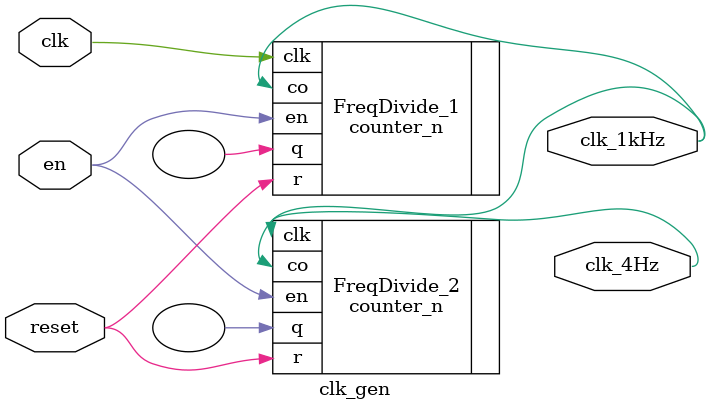
<source format=v>
module clk_gen(clk,reset,en/*,scancnt*/,clk_1kHz,clk_4Hz);
input clk,reset,en;
output clk_1kHz,clk_4Hz;
/*output [1:0] scancnt;
reg [1:0] scancnt=0; 
parameter LEDnum=1;//ÐèÒªnÎ»ÊýÂë¹Ü*/
// Ê±ÖÓ½ø³Ì£¬²úÉú¸÷ÖÖÊ±ÖÓÐÅºÅ

counter_n #(.n(6000),.counter_bits(13)) FreqDivide_1(.clk(clk),.r(reset),.en(en),.co(clk_1kHz),.q());//²úÉú1kHzµÄÊ±ÖÓÐÅºÅ

counter_n #(.n(2300),.counter_bits(12)) FreqDivide_2(.clk(clk_1kHz),.r(reset),.en(en),.co(clk_4Hz),.q());//²úÉú1kHzµÄÊ±ÖÓÐÅºÅ

/*always @(posedge clk_1kHz)//
begin //ÕûÌåË¢ÐÂÆµÂÊÎª1000Hz/4=250Hz,¼´1sÄÚ¶Ô4Î»ÊýÂë¹Ü¶¼Ë¢ÐÂ250´Î£¬´óÓÚ50´ÎÃ¿ÃëµÄÒªÇó
    if(scancnt==(LEDnum-1)) scancnt=0; //scancntÎªLEDÉ¨ÃèÂÖ×ªÐÅºÅ(´Ó0µ½3)
    else scancnt=scancnt+1;   
end*/
endmodule


</source>
